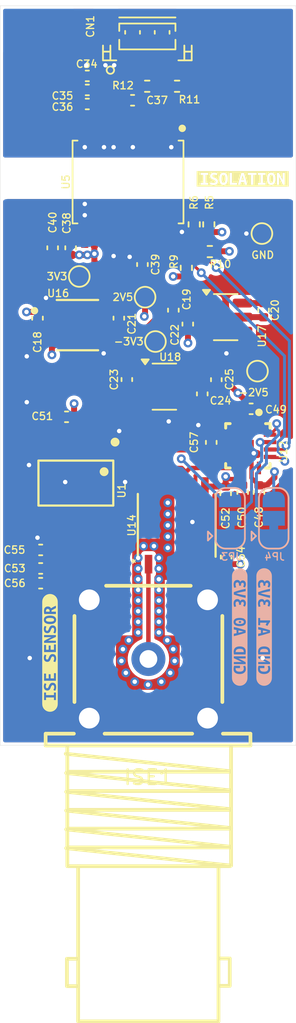
<source format=kicad_pcb>
(kicad_pcb (version 20241229) (generator "pcbnew") (generator_version "9.0")
  (title_block (comment 4 "Board2Pdf: Black And White TOP - Page 1/4"))
  (layers (0 "F.Cu" signal) (4 "In1.Cu" signal) (6 "In2.Cu" signal) (2 "B.Cu" signal) (13 "F.Paste" user) (15 "B.Paste" user) (5 "F.SilkS" user "F.Silkscreen") (7 "B.SilkS" user "B.Silkscreen") (1 "F.Mask" user) (3 "B.Mask" user) (25 "Edge.Cuts" user))
  (net 0 "")
  (net 1 "/ISO_GND")
  (net 2 "/PP_ISO_3V3")
  (net 3 "GND")
  (net 4 "/A0")
  (net 5 "/A1")
  (net 8 "/SDA")
  (net 9 "/SCL")
  (net 10 "/ORP/ISE_SEN")
  (net 11 "/ORP/ISO_SCL")
  (net 12 "/ORP/ISO_SDA")
  (net 17 "/ORP/ISE_BUFF")
  (net 18 "/ORP/GRD")
  (net 20 "Net-(U17-C1-)")
  (net 21 "Net-(U17-C1+)")
  (net 22 "/ORP/PP_ISO_2V5")
  (net 23 "/ORP/PP_ISO_NEG_3V3")
  (net 24 "Net-(U18-NR)")
  (net 25 "/ORP/PP_ISO_NEG_2V5")
  (net 26 "/ORP/VSEL")
  (net 27 "+3V3")
  (net 32 "/ORP/PP_ISO_REF_2V5")
  (net 33 "Net-(U1-TRIM{slash}NR)")
  (net 34 "/ORP/TEMP")
  (footprint "Package_TO_SOT_SMD:SOT-23-5" (layer "F.Cu") (at 31.10515 40.75)
    (property "Reference" "U18")
    (property "Value" "TPS72325DBV" (hide yes))
  )
  (footprint "Capacitor_SMD:C_0402_1005Metric" (layer "F.Cu") (at 24.49 42.79 180)
    (property "Reference" "C51")
    (property "Value" "10uF" (hide yes))
  )
  (footprint "kibuzzard-67AA55DF" (layer "F.Cu") (at 23.37 58.75 90)
    (property "Reference" "kibuzzard-67AA55DF" (hide yes))
    (property "Value" "G***" (hide yes))
  )
  (footprint "Capacitor_SMD:C_0402_1005Metric" (layer "F.Cu") (at 23.55 31.364012 90)
    (property "Reference" "C40")
    (property "Value" "10uF")
  )
  (footprint "Resistor_SMD:R_0402_1005Metric" (layer "F.Cu") (at 31.964 20.439988 180)
    (property "Reference" "R11")
    (property "Value" "4.7k")
  )
  (footprint "Capacitor_SMD:C_0402_1005Metric" (layer "F.Cu") (at 25.8917 19.739988 180)
    (property "Reference" "C34")
    (property "Value" "10nF")
  )
  (footprint "Capacitor_SMD:C_0402_1005Metric" (layer "F.Cu") (at 33.66765 41.24 -90)
    (property "Reference" "C24")
    (property "Value" "10nF")
  )
  (footprint "Capacitor_SMD:C_0402_1005Metric" (layer "F.Cu") (at 35.282073 52.27 -90)
    (property "Reference" "C54")
    (property "Value" "100nF")
  )
  (footprint "Capacitor_SMD:C_0402_1005Metric" (layer "F.Cu") (at 25.8917 20.689988 180)
    (property "Reference" "C35")
    (property "Value" "10uF")
  )
  (footprint "Resistor_SMD:R_0402_1005Metric" (layer "F.Cu") (at 33.12 29.78 -90)
    (property "Reference" "R6")
    (property "Value" "10k")
  )
  (footprint "Capacitor_SMD:C_0402_1005Metric" (layer "F.Cu") (at 28.954 21.389988 180)
    (property "Reference" "C37")
    (property "Value" "0.1uF")
  )
  (footprint "Package_TO_SOT_SMD:SOT-23-6" (layer "F.Cu") (at 35.25 36.05)
    (property "Reference" "U17")
    (property "Value" "LM2776")
  )
  (footprint "Capacitor_SMD:C_0402_1005Metric" (layer "F.Cu") (at 37.8125 35.58 90)
    (property "Reference" "C20")
    (property "Value" "1uF")
  )
  (footprint "Personal:WSS_LOGO_5mm_copper" (layer "F.Cu") (at 22.9 17.85)
    (property "Reference" "G***" (hide yes))
    (property "Value" "LOGO" (hide yes))
  )
  (footprint "Capacitor_SMD:C_0402_1005Metric" (layer "F.Cu") (at 36.4 47.9 -90)
    (property "Reference" "C50")
    (property "Value" "100nF")
  )
  (footprint "Capacitor_SMD:C_0402_1005Metric" (layer "F.Cu") (at 32.6875 36.52 90)
    (property "Reference" "C19")
    (property "Value" "2.2uF")
  )
  (footprint "EasyEDA:SOIC-8_L4.9-W3.9-P1.27-LS6.0-BL" (layer "F.Cu") (at 25.12 47.27 180)
    (property "Reference" "U1")
    (property "Value" "REF5025IDR")
  )
  (footprint "kibuzzard-67B4F71A" (layer "F.Cu") (at 36.4 26.7)
    (property "Reference" "kibuzzard-67B4F71A" (hide yes))
    (property "Value" "G***" (hide yes))
  )
  (footprint "EasyEDA:CONN-SMD_BM04B-SRSS-TB" (layer "F.Cu") (at 29.954 17.760012)
    (property "Reference" "CN1")
    (property "Value" "BM04B-SRSS-TB(LF)(SN)" (hide yes))
  )
  (footprint "Resistor_SMD:R_0402_1005Metric" (layer "F.Cu") (at 29.944 20.439988 180)
    (property "Reference" "R12")
    (property "Value" "4.7k")
  )
  (footprint "EasyEDA:BNC-TH_DOSIN-801-0080" (layer "F.Cu") (at 30.025 59.1625 180)
    (property "Reference" "ISE1")
    (property "Value" "DOSIN-801-0080" (hide yes))
  )
  (footprint "Snapeda:SOIC8_D_TEX" (layer "F.Cu") (at 31.939024 50.12745 90)
    (property "Reference" "U14")
    (property "Value" "OPA928")
  )
  (footprint "TestPoint:TestPoint_Pad_D1.0mm" (layer "F.Cu") (at 25.35 33.3 -90)
    (property "Reference" "TP6" (hide yes))
    (property "Value" "3V3")
  )
  (footprint "Capacitor_SMD:C_0402_1005Metric" (layer "F.Cu") (at 36.97 42.25)
    (property "Reference" "C49")
    (property "Value" "100nF")
  )
  (footprint "EasyEDA:WQFN-16_L3.0-W3.0-P0.50-TL-EP0.8" (layer "F.Cu") (at 36.75 44.75 -90)
    (property "Reference" "U12")
    (property "Value" "ADS122C04IRTER" (hide yes))
  )
  (footprint "Capacitor_SMD:C_0402_1005Metric" (layer "F.Cu") (at 31.7125 35.58 -90)
    (property "Reference" "C22")
    (property "Value" "2.2uF")
  )
  (footprint "Capacitor_SMD:C_0402_1005Metric" (layer "F.Cu") (at 37.5 47.9 -90)
    (property "Reference" "C48")
    (property "Value" "100nF")
  )
  (footprint "Capacitor_SMD:C_0402_1005Metric" (layer "F.Cu") (at 29.6217 32.494012 -90)
    (property "Reference" "C39")
    (property "Value" "0.1uF")
  )
  (footprint "TestPoint:TestPoint_Pad_D1.0mm" (layer "F.Cu") (at 37.7 30.4 -90)
    (property "Reference" "TP12" (hide yes))
    (property "Value" "GND")
  )
  (footprint "Capacitor_SMD:C_0402_1005Metric" (layer "F.Cu") (at 22.74 53.04)
    (property "Reference" "C53")
    (property "Value" "50uF")
  )
  (footprint "Capacitor_SMD:C_0402_1005Metric" (layer "F.Cu") (at 25.8917 21.639988 180)
    (property "Reference" "C36")
    (property "Value" "0.1uF")
  )
  (footprint "Capacitor_SMD:C_0402_1005Metric" (layer "F.Cu") (at 28.56765 40.27 90)
    (property "Reference" "C23")
    (property "Value" "2.2uF")
  )
  (footprint "Capacitor_SMD:C_0402_1005Metric" (layer "F.Cu") (at 22.525966 36.119988 -90)
    (property "Reference" "C18")
    (property "Value" "1uF")
  )
  (footprint "Resistor_SMD:R_0402_1005Metric" (layer "F.Cu") (at 32.59 32.72 90)
    (property "Reference" "R9")
    (property "Value" "4.7k")
  )
  (footprint "Capacitor_SMD:C_0402_1005Metric" (layer "F.Cu") (at 35.248049 47.9849 90)
    (property "Reference" "C52")
    (property "Value" "100nF")
  )
  (footprint "Snapeda:ADM3260_SOP65P780X200-20N" (layer "F.Cu") (at 28.6467 26.914012 -90)
    (property "Reference" "U5")
    (property "Value" "ADM3260")
  )
  (footprint "SparkFun-Qwiic:qwiic_5.5mm_Copper_No_Mask" (layer "F.Cu") (at 36.8 16.55)
    (property "Reference" "G***" (hide yes))
    (property "Value" "LOGO" (hide yes))
  )
  (footprint "Resistor_SMD:R_0402_1005Metric" (layer "F.Cu") (at 34.11 29.78 -90)
    (property "Reference" "R5")
    (property "Value" "16.9k")
  )
  (footprint "TestPoint:TestPoint_Pad_D1.0mm" (layer "F.Cu") (at 30.5 37.7 -90)
    (property "Reference" "TP8" (hide yes))
    (property "Value" "-3V3")
  )
  (footprint "Capacitor_SMD:C_0402_1005Metric" (layer "F.Cu") (at 24.765976 31.364012 90)
    (property "Reference" "C38")
    (property "Value" "0.1uF")
  )
  (footprint "Capacitor_SMD:C_0402_1005Metric" (layer "F.Cu") (at 34.61765 40.28 90)
    (property "Reference" "C25")
    (property "Value" "2.2uF")
  )
  (footprint "Snapeda:DBV0005A-IPC_A" (layer "F.Cu") (at 25.225483 36.589989)
    (property "Reference" "U16")
    (property "Value" "TPS7A2025PDBVR" (hide yes))
  )
  (footprint "TestPoint:TestPoint_Pad_D1.0mm" (layer "F.Cu") (at 29.8 34.7 -90)
    (property "Reference" "TP10" (hide yes))
    (property "Value" "2V5")
  )
  (footprint "Capacitor_SMD:C_0402_1005Metric" (layer "F.Cu") (at 22.74 51.79)
    (property "Reference" "C55")
    (property "Value" "1uF")
  )
  (footprint "Capacitor_SMD:C_0402_1005Metric" (layer "F.Cu") (at 22.74 54.04)
    (property "Reference" "C56")
    (property "Value" "1uF")
  )
  (footprint "Capacitor_SMD:C_0402_1005Metric" (layer "F.Cu") (at 34.275 44.52 90)
    (property "Reference" "C57")
    (property "Value" "100nF")
  )
  (footprint "Capacitor_SMD:C_0402_1005Metric" (layer "F.Cu") (at 28.025 36.119988 -90)
    (property "Reference" "C21")
    (property "Value" "1uF")
  )
  (footprint "TestPoint:TestPoint_Pad_D1.0mm" (layer "F.Cu") (at 37.4 39.7)
    (property "Reference" "TP11" (hide yes))
    (property "Value" "-2V5")
  )
  (footprint "Resistor_SMD:R_0402_1005Metric" (layer "F.Cu") (at 34.18 31.618912)
    (property "Reference" "R10")
    (property "Value" "4.7k")
  )
  (footprint "kibuzzard-67AA72AD" (layer "B.Cu") (at 36.2 57 90)
    (property "Reference" "kibuzzard-67AA72AD" (hide yes))
    (property "Value" "G***" (hide yes))
  )
  (footprint "Jumper:SolderJumper-3_P1.3mm_Bridged12_RoundedPad1.0x1.5mm" (layer "B.Cu") (at 35.55 49.65 90)
    (property "Reference" "JP3")
    (property "Value" "SolderJumper_3_Bridged12" (hide yes))
  )
  (footprint "Jumper:SolderJumper-3_P1.3mm_Bridged12_RoundedPad1.0x1.5mm" (layer "B.Cu") (at 38.5 49.65 90)
    (property "Reference" "JP4")
    (property "Value" "SolderJumper_3_Bridged12" (hide yes))
  )
  (footprint "kibuzzard-67AA55A8" (layer "B.Cu") (at 37.85 57 90)
    (property "Reference" "kibuzzard-67AA55A8" (hide yes))
    (property "Value" "G***" (hide yes))
  )
  (gr_rect (start 20 15) (end 40 65) (stroke (width 0.02)) (fill no) (layer "Edge.Cuts"))
  (segment (start 29.96765 39.8) (end 30.9 39.8) (width 0.4) (layer "F.Cu") (net 1))
  (segment (start 22.26 53.02) (end 22.24 53.04) (width 0.2) (layer "F.Cu") (net 1))
  (segment (start 26.4 36.589989) (end 26.925 36.589989) (width 0.4) (layer "F.Cu") (net 1))
  (segment (start 22.22 51.75) (end 22.26 51.79) (width 0.4) (layer "F.Cu") (net 1))
  (segment (start 22.535965 36.589989) (end 22.525966 36.599988) (width 0.4) (layer "F.Cu") (net 1))
  (segment (start 21.8 38.7) (end 22.525954 37.974046) (width 0.4) (layer "F.Cu") (net 1))
  (segment (start 23.22 44.5) (end 23.22 48.055183) (width 0.4) (layer "F.Cu") (net 1))
  (segment (start 37 42.7) (end 37 43.25) (width 0.2) (layer "F.Cu") (net 1))
  (segment (start 26.925 36.589989) (end 28.015001 36.589989) (width 0.4) (layer "F.Cu") (net 1))
  (segment (start 22.26 53.04) (end 22.26 54.04) (width 0.4) (layer "F.Cu") (net 1))
  (segment (start 26.375966 37.53999) (end 26.375966 36.614023) (width 0.4) (layer "F.Cu") (net 1))
  (segment (start 25.7217 30.516912) (end 25.7217 29.16) (width 0.4) (layer "F.Cu") (net 1))
  (segment (start 33.66765 40.76) (end 34.61765 40.76) (width 0.4) (layer "F.Cu") (net 1))
  (segment (start 22.22 49.055183) (end 22.22 51.75) (width 0.4) (layer "F.Cu") (net 1))
  (segment (start 28.9717 30.516912) (end 28.9717 31.761568) (width 0.4) (layer "F.Cu") (net 1))
  (segment (start 37.45 42.25) (end 37 42.7) (width 0.2) (layer "F.Cu") (net 1))
  (segment (start 31.7225 36.05) (end 31.7125 36.06) (width 0.4) (layer "F.Cu") (net 1))
  (segment (start 25.7217 29.16) (end 25.7217 28.4) (width 0.4) (layer "F.Cu") (net 1))
  (segment (start 26.375966 36.614023) (end 26.4 36.589989) (width 0.4) (layer "F.Cu") (net 1))
  (segment (start 28.9717 31.761568) (end 28.756634 31.976634) (width 0.4) (layer "F.Cu") (net 1))
  (segment (start 23.22 48.055183) (end 22.22 49.055183) (width 0.4) (layer "F.Cu") (net 1))
  (segment (start 28.56765 39.79) (end 29.95765 39.79) (width 0.4) (layer "F.Cu") (net 1))
  (segment (start 24.075 36.589989) (end 26.4 36.589989) (width 0.4) (layer "F.Cu") (net 1))
  (segment (start 23.22 43.58) (end 24.01 42.79) (width 0.4) (layer "F.Cu") (net 1))
  (segment (start 28.015001 36.589989) (end 28.025 36.599988) (width 0.4) (layer "F.Cu") (net 1))
  (segment (start 27.6717 30.516912) (end 27.6717 31.92) (width 0.4) (layer "F.Cu") (net 1))
  (segment (start 29.95765 39.79) (end 29.96765 39.8) (width 0.4) (layer "F.Cu") (net 1))
  (segment (start 31.798612 30.29) (end 31.5717 30.516912) (width 0.4) (layer "F.Cu") (net 1))
  (segment (start 34.1125 36.05) (end 31.7225 36.05) (width 0.4) (layer "F.Cu") (net 1))
  (segment (start 31.86 40.76) (end 33.66765 40.76) (width 0.4) (layer "F.Cu") (net 1))
  (segment (start 22.525954 36.6) (end 22.525966 36.599988) (width 0.4) (layer "F.Cu") (net 1))
  (segment (start 24.075 36.589989) (end 22.535965 36.589989) (width 0.4) (layer "F.Cu") (net 1))
  (segment (start 33.12 30.29) (end 32.29 30.29) (width 0.4) (layer "F.Cu") (net 1))
  (segment (start 30.9 39.8) (end 31.86 40.76) (width 0.4) (layer "F.Cu") (net 1))
  (segment (start 36.65 30.4) (end 37.7 30.4) (width 0.4) (layer "F.Cu") (net 1))
  (segment (start 32.29 30.29) (end 31.798612 30.29) (width 0.4) (layer "F.Cu") (net 1))
  (segment (start 22.26 53.04) (end 22.26 51.79) (width 0.4) (layer "F.Cu") (net 1))
  (segment (start 23.22 44.5) (end 23.22 43.58) (width 0.4) (layer "F.Cu") (net 1))
  (segment (start 22.525954 37.974046) (end 22.525954 36.6) (width 0.4) (layer "F.Cu") (net 1))
  (via (at 27.6717 31.92) (size 0.6) (drill 0.3) (layers "F.Cu" "B.Cu") (net 1))
  (via (at 25.7217 29.16) (size 0.6) (drill 0.3) (layers "F.Cu" "B.Cu") (net 1))
  (via (at 21.8 41.8) (size 0.6) (drill 0.3) (layers "F.Cu" "B.Cu") (net 1))
  (via (at 37.15 45.25) (size 0.6) (drill 0.3) (layers "F.Cu" "B.Cu") (net 1))
  (via (at 22.524128 50.962475) (size 0.6) (drill 0.3) (layers "F.Cu" "B.Cu") (net 1))
  (via (at 25.7217 28.4) (size 0.6) (drill 0.3) (layers "F.Cu" "B.Cu") (net 1))
  (via (at 24.4 47.2) (size 0.6) (drill 0.3) (layers "F.Cu" "B.Cu") (net 1))
  (via (at 31.4 43.1) (size 0.6) (drill 0.3) (layers "F.Cu" "B.Cu") (net 1))
  (via (at 33 49.9) (size 0.6) (drill 0.3) (layers "F.Cu" "B.Cu") (net 1))
  (via (at 35.3 38.5) (size 0.6) (drill 0.3) (layers "F.Cu" "B.Cu") (net 1))
  (via (at 33.4 43.35) (size 0.6) (drill 0.3) (layers "F.Cu" "B.Cu") (net 1))
  (via (at 27 38.5) (size 0.6) (drill 0.3) (layers "F.Cu" "B.Cu") (net 1))
  (via (at 37.75 59.1) (size 0.6) (drill 0.3) (layers "F.Cu" "B.Cu") (net 1))
  (via (at 36.65 30.4) (size 0.6) (drill 0.3) (layers "F.Cu" "B.Cu") (net 1))
  (via (at 21.95 46.05) (size 0.6) (drill 0.3) (layers "F.Cu" "B.Cu") (net 1))
  (via (at 21.8 38.7) (size 0.6) (drill 0.3) (layers "F.Cu" "B.Cu") (net 1))
  (via (at 22 59.1) (size 0.6) (drill 0.3) (layers "F.Cu" "B.Cu") (net 1))
  (via (at 32.29 30.29) (size 0.6) (drill 0.3) (layers "F.Cu" "B.Cu") (net 1))
  (via (at 23.1 34.75) (size 0.6) (drill 0.3) (layers "F.Cu" "B.Cu") (net 1))
  (via (at 28.45 47.2) (size 0.6) (drill 0.3) (layers "F.Cu" "B.Cu") (net 1))
  (via (at 28.756634 31.976634) (size 0.6) (drill 0.3) (layers "F.Cu" "B.Cu") (net 1))
  (via (at 28.05 43.75) (size 0.6) (drill 0.3) (layers "F.Cu" "B.Cu") (net 1))
  (segment (start 23.5 38.11499) (end 24.075 37.53999) (width 0.4) (layer "F.Cu") (net 2))
  (segment (start 35.5 31.6) (end 34.708912 31.6) (width 0.4) (layer "F.Cu") (net 2))
  (segment (start 34.12 30.3) (end 34.11 30.29) (width 0.4) (layer "F.Cu") (net 2))
  (segment (start 26.6934 32.61) (end 29.00998 32.61) (width 0.4) (layer "F.Cu") (net 2))
  (segment (start 32.7 37.8) (end 32.7 37.0125) (width 0.4) (layer "F.Cu") (net 2))
  (segment (start 24.725 31.884988) (end 24.765976 31.844012) (width 0.4) (layer "F.Cu") (net 2))
  (segment (start 29.6217 30.516912) (end 29.6217 32.014012) (width 0.4) (layer "F.Cu") (net 2))
  (segment (start 38.55 46.5) (end 38.55 46.9) (width 0.4) (layer "F.Cu") (net 2))
  (segment (start 34.708912 31.6) (end 34.69 31.618912) (width 0.4) (layer "F.Cu") (net 2))
  (segment (start 32.6875 37) (end 34.1125 37) (width 0.4) (layer "F.Cu") (net 2))
  (segment (start 35 30.3) (end 34.12 30.3) (width 0.4) (layer "F.Cu") (net 2))
  (segment (start 32.52 33.3) (end 32.59 33.23) (width 0.4) (layer "F.Cu") (net 2))
  (segment (start 22.465954 35.7) (end 22.525966 35.639988) (width 0.4) (layer "F.Cu") (net 2))
  (segment (start 25.75 44.5) (end 25.75 43.57) (width 0.4) (layer "F.Cu") (net 2))
  (segment (start 26.6934 32.61) (end 26.49 32.61) (width 0.4) (layer "F.Cu") (net 2))
  (segment (start 26.3717 31.767912) (end 26.2956 31.844012) (width 0.4) (layer "F.Cu") (net 2))
  (segment (start 25 42.76) (end 24.97 42.79) (width 0.2) (layer "F.Cu") (net 2))
  (segment (start 31.7 33.3) (end 32.52 33.3) (width 0.4) (layer "F.Cu") (net 2))
  (segment (start 29.00998 32.61) (end 29.605968 32.014012) (width 0.4) (layer "F.Cu") (net 2))
  (segment (start 23.5 38.6) (end 23.5 38.11499) (width 0.4) (layer "F.Cu") (net 2))
  (segment (start 32.7 37.0125) (end 32.6875 37) (width 0.4) (layer "F.Cu") (net 2))
  (segment (start 26.49 32.61) (end 25.7 33.4) (width 0.4) (layer "F.Cu") (net 2))
  (segment (start 24.765976 31.844012) (end 23.55 31.844012) (width 0.4) (layer "F.Cu") (net 2))
  (segment (start 29.605968 32.014012) (end 29.6217 32.014012) (width 0.4) (layer "F.Cu") (net 2))
  (segment (start 25 41.9) (end 25 42.76) (width 0.4) (layer "F.Cu") (net 2))
  (segment (start 24.075 35.639988) (end 22.525966 35.639988) (width 0.4) (layer "F.Cu") (net 2))
  (segment (start 21.781976 35.7) (end 22.465954 35.7) (width 0.4) (layer "F.Cu") (net 2))
  (segment (start 37 46.92) (end 37 46.25) (width 0.3) (layer "F.Cu") (net 2))
  (segment (start 26.3717 31.767912) (end 26.3717 32.2883) (width 0.4) (layer "F.Cu") (net 2))
  (segment (start 38.03 47.42) (end 37.5 47.42) (width 0.4) (layer "F.Cu") (net 2))
  (segment (start 34.1125 37) (end 36.3875 37) (width 0.4) (layer "F.Cu") (net 2))
  (segment (start 25.75 43.57) (end 24.97 42.79) (width 0.4) (layer "F.Cu") (net 2))
  (segment (start 37.5 47.42) (end 37 46.92) (width 0.3) (layer "F.Cu") (net 2))
  (segment (start 26.2956 31.844012) (end 24.765976 31.844012) (width 0.4) (layer "F.Cu") (net 2))
  (segment (start 38.55 46.9) (end 38.03 47.42) (width 0.4) (layer "F.Cu") (net 2))
  (segment (start 26.3717 30.516912) (end 26.3717 31.767912) (width 0.4) (layer "F.Cu") (net 2))
  (segment (start 26.3717 32.2883) (end 26.6934 32.61) (width 0.4) (layer "F.Cu") (net 2))
  (via (at 25.35 31.844012) (size 0.6) (drill 0.3) (layers "F.Cu" "B.Cu") (net 2))
  (via (at 32.7 37.8) (size 0.6) (drill 0.3) (layers "F.Cu" "B.Cu") (net 2))
  (via (at 31.7 33.3) (size 0.6) (drill 0.3) (layers "F.Cu" "B.Cu") (net 2))
  (via (at 25 41.9) (size 0.6) (drill 0.3) (layers "F.Cu" "B.Cu") (net 2))
  (via (at 26.3717 31.767912) (size 0.6) (drill 0.3) (layers "F.Cu" "B.Cu") (net 2))
  (via (at 21.781976 35.7) (size 0.6) (drill 0.3) (layers "F.Cu" "B.Cu") (net 2))
  (via (at 23.5 38.6) (size 0.6) (drill 0.3) (layers "F.Cu" "B.Cu") (net 2))
  (via (at 35.5 31.6) (size 0.6) (drill 0.3) (layers "F.Cu" "B.Cu") (net 2))
  (via (at 35 30.3) (size 0.6) (drill 0.3) (layers "F.Cu" "B.Cu") (net 2))
  (via (at 32.25 45.627) (size 0.6) (drill 0.3) (layers "F.Cu" "B.Cu") (net 2))
  (via (at 38.55 46.5) (size 0.6) (drill 0.3) (layers "F.Cu" "B.Cu") (net 2))
  (via (at 25.9 31.844012) (size 0.6) (drill 0.3) (layers "F.Cu" "B.Cu") (net 2))
  (segment (start 35.55 48.35) (end 34.973 48.35) (width 0.2) (layer "B.Cu") (net 2))
  (segment (start 38.5 46.55) (end 38.55 46.5) (width 0.2) (layer "B.Cu") (net 2))
  (segment (start 34.973 48.35) (end 32.25 45.627) (width 0.2) (layer "B.Cu") (net 2))
  (segment (start 38.5 48.35) (end 38.5 46.55) (width 0.2) (layer "B.Cu") (net 2))
  (segment (start 25.7217 23.311112) (end 25.7217 21.949988) (width 0.4) (layer "F.Cu") (net 3))
  (segment (start 27.0217 23.311112) (end 27.0217 24.560012) (width 0.4) (layer "F.Cu") (net 3))
  (segment (start 25.4117 19.739988) (end 25.4117 20.689988) (width 0.4) (layer "F.Cu") (net 3))
  (segment (start 27.990976 19.020012) (end 28.454 19.020012) (width 0.4) (layer "F.Cu") (net 3))
  (segment (start 25.7217 23.311112) (end 25.7217 24.560012) (width 0.4) (layer "F.Cu") (net 3))
  (segment (start 27.990144 19.020844) (end 27.990976 19.020012) (width 0.4) (layer "F.Cu") (net 3))
  (segment (start 25.820844 19.020844) (end 25.4117 19.429989) (width 0.4) (layer "F.Cu") (net 3))
  (segment (start 27.6717 23.311112) (end 27.6717 24.560012) (width 0.4) (layer "F.Cu") (net 3))
  (segment (start 28.9717 23.311112) (end 28.9717 24.560012) (width 0.4) (layer "F.Cu") (net 3))
  (segment (start 25.4117 19.429989) (end 25.4117 19.739988) (width 0.4) (layer "F.Cu") (net 3))
  (segment (start 25.820844 19.020844) (end 27.990144 19.020844) (width 0.4) (layer "F.Cu") (net 3))
  (segment (start 31.5717 23.311112) (end 31.5717 24.560012) (width 0.4) (layer "F.Cu") (net 3))
  (segment (start 25.4117 20.689988) (end 25.4117 21.639988) (width 0.4) (layer "F.Cu") (net 3))
  (segment (start 25.7217 21.949988) (end 25.4117 21.639988) (width 0.4) (layer "F.Cu") (net 3))
  (via (at 27.0217 24.560012) (size 0.6) (drill 0.3) (layers "F.Cu" "B.Cu") (net 3))
  (via (at 28.9717 24.560012) (size 0.6) (drill 0.3) (layers "F.Cu" "B.Cu") (net 3))
  (via (at 25.820844 19.020844) (size 0.6) (drill 0.3) (layers "F.Cu" "B.Cu") (net 3))
  (via (at 27.12 19.020844) (size 0.6) (drill 0.3) (layers "F.Cu" "B.Cu") (net 3))
  (via (at 31.5717 24.560012) (size 0.6) (drill 0.3) (layers "F.Cu" "B.Cu") (net 3))
  (via (at 25.7217 24.560012) (size 0.6) (drill 0.3) (layers "F.Cu" "B.Cu") (net 3))
  (via (at 27.71 19.020844) (size 0.6) (drill 0.3) (layers "F.Cu" "B.Cu") (net 3))
  (via (at 27.6717 24.560012) (size 0.6) (drill 0.3) (layers "F.Cu" "B.Cu") (net 3))
  (via (at 37.577 44.5124) (size 0.6) (drill 0.3) (layers "F.Cu" "B.Cu") (net 4))
  (segment (start 37.678 45.772) (end 37.678 44.6134) (width 0.2) (layer "B.Cu") (net 4))
  (segment (start 35.55 49.65) (end 35.879512 49.65) (width 0.2) (layer "B.Cu") (net 4))
  (segment (start 35.879512 49.65) (end 37 48.529512) (width 0.2) (layer "B.Cu") (net 4))
  (segment (start 37 46.45) (end 37.678 45.772) (width 0.2) (layer "B.Cu") (net 4))
  (segment (start 37.678 44.6134) (end 37.577 44.5124) (width 0.2) (layer "B.Cu") (net 4))
  (segment (start 37 48.529512) (end 37 46.45) (width 0.2) (layer "B.Cu") (net 4))
  (segment (start 38.65 43.6) (end 38.25 44) (width 0.2) (layer "F.Cu") (net 5))
  (segment (start 38.65 43.3) (end 38.65 43.6) (width 0.2) (layer "F.Cu") (net 5))
  (segment (start 38.7 43.25) (end 38.65 43.3) (width 0.2) (layer "F.Cu") (net 5))
  (via (at 38.7 43.25) (size 0.6) (drill 0.3) (layers "F.Cu" "B.Cu") (net 5))
  (segment (start 38.844 43.992105) (end 38.006 44.830105) (width 0.2) (layer "B.Cu") (net 5))
  (segment (start 38.006 44.830105) (end 38.006 45.944) (width 0.2) (layer "B.Cu") (net 5))
  (segment (start 37.328 48.807512) (end 38.170488 49.65) (width 0.2) (layer "B.Cu") (net 5))
  (segment (start 38.844 43.744) (end 38.844 43.992105) (width 0.2) (layer "B.Cu") (net 5))
  (segment (start 38.7 43.6) (end 38.844 43.744) (width 0.2) (layer "B.Cu") (net 5))
  (segment (start 37.328 46.622) (end 37.328 48.807512) (width 0.2) (layer "B.Cu") (net 5))
  (segment (start 38.170488 49.65) (end 38.5 49.65) (width 0.2) (layer "B.Cu") (net 5))
  (segment (start 38.7 43.25) (end 38.7 43.6) (width 0.2) (layer "B.Cu") (net 5))
  (segment (start 38.006 45.944) (end 37.328 46.622) (width 0.2) (layer "B.Cu") (net 5))
  (segment (start 30.454 20.439988) (end 30.465976 20.451964) (width 0.2) (layer "F.Cu") (net 8))
  (segment (start 30.315976 23.266836) (end 30.2717 23.311112) (width 0.2) (layer "F.Cu") (net 8))
  (segment (start 30.315976 21.639988) (end 30.315976 23.266836) (width 0.2) (layer "F.Cu") (net 8))
  (segment (start 30.454 19.020012) (end 30.454 20.439988) (width 0.2) (layer "F.Cu") (net 8))
  (segment (start 30.465976 20.451964) (end 30.465976 21.489988) (width 0.2) (layer "F.Cu") (net 8))
  (segment (start 30.465976 21.489988) (end 30.315976 21.639988) (width 0.2) (layer "F.Cu") (net 8))
  (segment (start 31.454 19.020012) (end 31.454 20.439988) (width 0.2) (layer "F.Cu") (net 9))
  (segment (start 31.454 20.439988) (end 31.454 21.501964) (width 0.2) (layer "F.Cu") (net 9))
  (segment (start 31.454 21.501964) (end 30.9217 22.034264) (width 0.2) (layer "F.Cu") (net 9))
  (segment (start 30.9217 22.034264) (end 30.9217 23.311112) (width 0.2) (layer "F.Cu") (net 9))
  (segment (start 30.025 52.759024) (end 30.034024 52.75) (width 0.3) (layer "F.Cu") (net 10))
  (segment (start 30.025 59.1625) (end 30.025 52.759024) (width 0.3) (layer "F.Cu") (net 10))
  (segment (start 33.67 31.618912) (end 33.67 31.77) (width 0.2) (layer "F.Cu") (net 11))
  (segment (start 39.2 45) (end 38.25 45) (width 0.2) (layer "F.Cu") (net 11))
  (segment (start 30.9217 30.516912) (end 30.9217 31.457512) (width 0.2) (layer "F.Cu") (net 11))
  (segment (start 39.327 44.75) (end 39.298585 44.778415) (width 0.2) (layer "F.Cu") (net 11))
  (segment (start 31.0831 31.618912) (end 33.67 31.618912) (width 0.2) (layer "F.Cu") (net 11))
  (segment (start 39.298585 44.901415) (end 39.2 45) (width 0.2) (layer "F.Cu") (net 11))
  (segment (start 33.67 31.77) (end 34.6 32.7) (width 0.2) (layer "F.Cu") (net 11))
  (segment (start 39.298585 44.778415) (end 39.298585 44.901415) (width 0.2) (layer "F.Cu") (net 11))
  (segment (start 30.9217 31.457512) (end 31.0831 31.618912) (width 0.2) (layer "F.Cu") (net 11))
  (via (at 34.6 32.7) (size 0.6) (drill 0.3) (layers "F.Cu" "B.Cu") (net 11))
  (via (at 39.327 44.75) (size 0.6) (drill 0.3) (layers "F.Cu" "B.Cu") (net 11))
  (segment (start 39.556 37.656) (end 34.6 32.7) (width 0.2) (layer "B.Cu") (net 11))
  (segment (start 39.556 44.562573) (end 39.556 37.656) (width 0.2) (layer "B.Cu") (net 11))
  (segment (start 39.327 44.75) (end 39.458428 44.618572) (width 0.2) (layer "B.Cu") (net 11))
  (segment (start 39.500001 44.618572) (end 39.556 44.562573) (width 0.2) (layer "B.Cu") (net 11))
  (segment (start 39.458428 44.618572) (end 39.500001 44.618572) (width 0.2) (layer "B.Cu") (net 11))
  (segment (start 32.76 32.21) (end 33.6 33.05) (width 0.2) (layer "F.Cu") (net 12))
  (segment (start 39 45.55) (end 38.3 45.55) (width 0.2) (layer "F.Cu") (net 12))
  (segment (start 38.3 45.55) (end 38.25 45.5) (width 0.2) (layer "F.Cu") (net 12))
  (segment (start 32.59 32.21) (end 32.76 32.21) (width 0.2) (layer "F.Cu") (net 12))
  (segment (start 30.2717 31.411512) (end 31.070188 32.21) (width 0.2) (layer "F.Cu") (net 12))
  (segment (start 30.2717 30.516912) (end 30.2717 31.411512) (width 0.2) (layer "F.Cu") (net 12))
  (segment (start 31.070188 32.21) (end 32.59 32.21) (width 0.2) (layer "F.Cu") (net 12))
  (segment (start 39.25 45.8) (end 39 45.55) (width 0.2) (layer "F.Cu") (net 12))
  (via (at 33.6 33.05) (size 0.6) (drill 0.3) (layers "F.Cu" "B.Cu") (net 12))
  (via (at 39.25 45.8) (size 0.6) (drill 0.3) (layers "F.Cu" "B.Cu") (net 12))
  (segment (start 38.8 45.13741) (end 38.8 44.499967) (width 0.2) (layer "B.Cu") (net 12))
  (segment (start 39.25 45.58741) (end 38.8 45.13741) (width 0.2) (layer "B.Cu") (net 12))
  (segment (start 39.228 38.678) (end 33.6 33.05) (width 0.2) (layer "B.Cu") (net 12))
  (segment (start 38.8 44.499967) (end 39.228 44.071967) (width 0.2) (layer "B.Cu") (net 12))
  (segment (start 39.228 44.071967) (end 39.228 38.678) (width 0.2) (layer "B.Cu") (net 12))
  (segment (start 39.25 45.8) (end 39.25 45.58741) (width 0.2) (layer "B.Cu") (net 12))
  (segment (start 32.275221 46.25) (end 30.340875 46.25) (width 0.3) (layer "F.Cu") (net 17))
  (segment (start 32.574024 46.548803) (end 32.556097 46.530876) (width 0.3) (layer "F.Cu") (net 17))
  (segment (start 32.574024 47.5049) (end 32.574024 46.548803) (width 0.3) (layer "F.Cu") (net 17))
  (segment (start 32.556097 46.530876) (end 32.275221 46.25) (width 0.3) (layer "F.Cu") (net 17))
  (segment (start 30.034024 46.556851) (end 30.034024 47.5049) (width 0.3) (layer "F.Cu") (net 17))
  (segment (start 32.556097 46.530876) (end 32.836973 46.25) (width 0.3) (layer "F.Cu") (net 17))
  (segment (start 36 46.25) (end 36.05 46.3) (width 0.1) (layer "F.Cu") (net 17))
  (segment (start 32.836973 46.25) (end 36 46.25) (width 0.3) (layer "F.Cu") (net 17))
  (segment (start 30.340875 46.25) (end 30.034024 46.556851) (width 0.3) (layer "F.Cu") (net 17))
  (via (at 31.336073 50.8884) (size 0.6) (drill 0.3) (layers "F.Cu" "B.Cu") (net 18))
  (via (at 30.732073 55.93) (size 0.6) (drill 0.3) (layers "F.Cu" "B.Cu") (net 18))
  (via (at 29.332073 53.77) (size 0.6) (drill 0.3) (layers "F.Cu" "B.Cu") (net 18))
  (via (at 30.732073 57.37) (size 0.6) (drill 0.3) (layers "F.Cu" "B.Cu") (net 18))
  (via (at 31.336073 49.3634) (size 0.6) (drill 0.3) (layers "F.Cu" "B.Cu") (net 18))
  (via (at 28.3 58.5) (size 0.6) (drill 0.3) (layers "F.Cu" "B.Cu") (net 18))
  (via (at 30.732073 54.49) (size 0.6) (drill 0.3) (layers "F.Cu" "B.Cu") (net 18))
  (via (at 29.332073 56.65) (size 0.6) (drill 0.3) (layers "F.Cu" "B.Cu") (net 18))
  (via (at 30.398049 51.530876) (size 0.6) (drill 0.3) (layers "F.Cu" "B.Cu") (net 18))
  (via (at 28.2 59.295976) (size 0.6) (drill 0.3) (layers "F.Cu" "B.Cu") (net 18))
  (via (at 29.332073 57.37) (size 0.6) (drill 0.3) (layers "F.Cu" "B.Cu") (net 18))
  (via (at 28.5 60.1) (size 0.6) (drill 0.3) (layers "F.Cu" "B.Cu") (net 18))
  (via (at 29.332073 54.49) (size 0.6) (drill 0.3) (layers "F.Cu" "B.Cu") (net 18))
  (via (at 31.336073 51.6509) (size 0.6) (drill 0.3) (layers "F.Cu" "B.Cu") (net 18))
  (via (at 31.336073 50.1259) (size 0.6) (drill 0.3) (layers "F.Cu" "B.Cu") (net 18))
  (via (at 31.336073 48.6009) (size 0.6) (drill 0.3) (layers "F.Cu" "B.Cu") (net 18))
  (via (at 31.3 57.9) (size 0.6) (drill 0.3) (layers "F.Cu" "B.Cu") (net 18))
  (via (at 29.1 60.7) (size 0.6) (drill 0.3) (layers "F.Cu" "B.Cu") (net 18))
  (via (at 31.8 59.295976) (size 0.6) (drill 0.3) (layers "F.Cu" "B.Cu") (net 18))
  (via (at 31.5 60.1) (size 0.6) (drill 0.3) (layers "F.Cu" "B.Cu") (net 18))
  (via (at 29.332073 53.05) (size 0.6) (drill 0.3) (layers "F.Cu" "B.Cu") (net 18))
  (via (at 31.7 58.5) (size 0.6) (drill 0.3) (layers "F.Cu" "B.Cu") (net 18))
  (via (at 30.732073 53.05) (size 0.6) (drill 0.3) (layers "F.Cu" "B.Cu") (net 18))
  (via (at 29.332073 52.33) (size 0.6) (drill 0.3) (layers "F.Cu" "B.Cu") (net 18))
  (via (at 29.332073 55.21) (size 0.6) (drill 0.3) (layers "F.Cu" "B.Cu") (net 18))
  (via (at 28.7 57.9) (size 0.6) (drill 0.3) (layers "F.Cu" "B.Cu") (net 18))
  (via (at 30.732073 53.77) (size 0.6) (drill 0.3) (layers "F.Cu" "B.Cu") (net 18))
  (via (at 30.732073 55.21) (size 0.6) (drill 0.3) (layers "F.Cu" "B.Cu") (net 18))
  (via (at 30 60.9) (size 0.6) (drill 0.3) (layers "F.Cu" "B.Cu") (net 18))
  (via (at 30.732073 56.65) (size 0.6) (drill 0.3) (layers "F.Cu" "B.Cu") (net 18))
  (via (at 29.332073 55.93) (size 0.6) (drill 0.3) (layers "F.Cu" "B.Cu") (net 18))
  (via (at 29.698049 51.530876) (size 0.6) (drill 0.3) (layers "F.Cu" "B.Cu") (net 18))
  (via (at 30.9 60.7) (size 0.6) (drill 0.3) (layers "F.Cu" "B.Cu") (net 18))
  (via (at 30.732073 52.33) (size 0.6) (drill 0.3) (layers "F.Cu" "B.Cu") (net 18))
  (segment (start 36.3875 35.1) (end 37.8125 35.1) (width 0.4) (layer "F.Cu") (net 20))
  (segment (start 36.3875 36.05) (end 37.8025 36.05) (width 0.4) (layer "F.Cu") (net 21))
  (segment (start 37.8025 36.05) (end 37.8125 36.06) (width 0.4) (layer "F.Cu") (net 21))
  (segment (start 35.98 47) (end 35.423 47) (width 0.3) (layer "F.Cu") (net 22))
  (segment (start 28.025 35.639988) (end 28.860012 35.639988) (width 0.4) (layer "F.Cu") (net 22))
  (segment (start 35.332949 47.42) (end 35.248049 47.5049) (width 0.3) (layer "F.Cu") (net 22))
  (segment (start 36.5 47.32) (end 36.5 46.25) (width 0.3) (layer "F.Cu") (net 22))
  (segment (start 35.248049 47.5049) (end 33.844024 47.5049) (width 0.4) (layer "F.Cu") (net 22))
  (segment (start 29.8 35.95) (end 29.75 36) (width 0.4) (layer "F.Cu") (net 22))
  (segment (start 26.375966 35.639988) (end 28.025 35.639988) (width 0.4) (layer "F.Cu") (net 22))
  (segment (start 35.423 47) (end 35.25 46.827) (width 0.3) (layer "F.Cu") (net 22))
  (segment (start 36.4 47.42) (end 35.98 47) (width 0.3) (layer "F.Cu") (net 22))
  (segment (start 35.25 47.502949) (end 35.248049 47.5049) (width 0.4) (layer "F.Cu") (net 22))
  (segment (start 36.4 47.42) (end 36.5 47.32) (width 0.3) (layer "F.Cu") (net 22))
  (segment (start 35.25 46.827) (end 35.25 47.502949) (width 0.4) (layer "F.Cu") (net 22))
  (segment (start 28.860012 35.639988) (end 29.8 34.7) (width 0.4) (layer "F.Cu") (net 22))
  (segment (start 29.8 34.7) (end 29.8 35.95) (width 0.4) (layer "F.Cu") (net 22))
  (via (at 35.25 46.827) (size 0.6) (drill 0.3) (layers "F.Cu" "B.Cu") (net 22))
  (via (at 29.75 36) (size 0.6) (drill 0.3) (layers "F.Cu" "B.Cu") (net 22))
  (segment (start 28.257651 40.75) (end 28.56765 40.75) (width 0.4) (layer "F.Cu") (net 23))
  (segment (start 27.92965 38.77035) (end 27.92965 40.421999) (width 0.4) (layer "F.Cu") (net 23))
  (segment (start 28.56765 40.75) (end 29.96765 40.75) (width 0.4) (layer "F.Cu") (net 23))
  (segment (start 30.5 37.7) (end 29.85 37.05) (width 0.3) (layer "F.Cu") (net 23))
  (segment (start 29.96765 40.75) (end 29.96765 41.7) (width 0.4) (layer "F.Cu") (net 23))
  (segment (start 34.1125 35.1) (end 31.7125 35.1) (width 0.4) (layer "F.Cu") (net 23))
  (segment (start 27.92965 40.421999) (end 28.257651 40.75) (width 0.4) (layer "F.Cu") (net 23))
  (segment (start 31.6 35.1) (end 29.85 36.85) (width 0.4) (layer "F.Cu") (net 23))
  (segment (start 31.7125 35.1) (end 31.6 35.1) (width 0.4) (layer "F.Cu") (net 23))
  (segment (start 29.85 36.85) (end 27.92965 38.77035) (width 0.4) (layer "F.Cu") (net 23))
  (segment (start 29.85 37.05) (end 29.85 36.85) (width 0.3) (layer "F.Cu") (net 23))
  (segment (start 33.64765 41.7) (end 33.66765 41.72) (width 0.4) (layer "F.Cu") (net 24))
  (segment (start 32.24265 41.7) (end 33.64765 41.7) (width 0.4) (layer "F.Cu") (net 24))
  (segment (start 36.25 52.75) (end 35.282073 52.75) (width 0.4) (layer "F.Cu") (net 25))
  (segment (start 36.49 42.25) (end 36.49 43.24) (width 0.2) (layer "F.Cu") (net 25))
  (segment (start 37.4 39.7) (end 36.3 39.7) (width 0.3) (layer "F.Cu") (net 25))
  (segment (start 36.075 41.175) (end 36.49 41.59) (width 0.4) (layer "F.Cu") (net 25))
  (segment (start 34.61765 39.8) (end 34.7 39.8) (width 0.4) (layer "F.Cu") (net 25))
  (segment (start 36.49 43.24) (end 36.5 43.25) (width 0.2) (layer "F.Cu") (net 25))
  (segment (start 32.24265 39.8) (end 34.61765 39.8) (width 0.4) (layer "F.Cu") (net 25))
  (segment (start 35.45 40.55) (end 36.075 41.175) (width 0.4) (layer "F.Cu") (net 25))
  (segment (start 36.3 39.7) (end 35.45 40.55) (width 0.3) (layer "F.Cu") (net 25))
  (segment (start 35.282073 52.75) (end 33.844024 52.75) (width 0.4) (layer "F.Cu") (net 25))
  (segment (start 36.49 41.59) (end 36.49 42.25) (width 0.4) (layer "F.Cu") (net 25))
  (segment (start 34.7 39.8) (end 35.45 40.55) (width 0.4) (layer "F.Cu") (net 25))
  (via (at 36.075 41.175) (size 0.6) (drill 0.3) (layers "F.Cu" "B.Cu") (net 25))
  (via (at 36.25 52.75) (size 0.6) (drill 0.3) (layers "F.Cu" "B.Cu") (net 25))
  (segment (start 33.12 29.27) (end 34.11 29.27) (width 0.2) (layer "F.Cu") (net 26))
  (segment (start 27.0217 29.4383) (end 27.19 29.27) (width 0.2) (layer "F.Cu") (net 26))
  (segment (start 27.19 29.27) (end 33.12 29.27) (width 0.2) (layer "F.Cu") (net 26))
  (segment (start 27.0217 30.516912) (end 27.0217 29.4383) (width 0.2) (layer "F.Cu") (net 26))
  (segment (start 29.454 17.925012) (end 29.462 17.917012) (width 0.4) (layer "F.Cu") (net 27))
  (segment (start 29.454 19.020012) (end 29.454 20.419988) (width 0.4) (layer "F.Cu") (net 27))
  (segment (start 29.082 20.123012) (end 27.299 20.123012) (width 0.4) (layer "F.Cu") (net 27))
  (segment (start 27.299 20.123012) (end 26.915976 19.739988) (width 0.4) (layer "F.Cu") (net 27))
  (segment (start 29.434 20.439988) (end 29.434 21.389988) (width 0.4) (layer "F.Cu") (net 27))
  (segment (start 26.915976 19.739988) (end 26.3717 19.739988) (width 0.4) (layer "F.Cu") (net 27))
  (segment (start 26.3717 21.639988) (end 26.3717 23.311112) (width 0.4) (layer "F.Cu") (net 27))
  (segment (start 29.454 20.419988) (end 29.434 20.439988) (width 0.4) (layer "F.Cu") (net 27))
  (segment (start 29.6217 23.311112) (end 29.6217 21.577688) (width 0.4) (layer "F.Cu") (net 27))
  (segment (start 29.6217 21.577688) (end 29.434 21.389988) (width 0.4) (layer "F.Cu") (net 27))
  (segment (start 26.3717 19.739988) (end 26.3717 20.689988) (width 0.4) (layer "F.Cu") (net 27))
  (segment (start 29.462 17.917012) (end 32.082 17.917012) (width 0.4) (layer "F.Cu") (net 27))
  (segment (start 26.3717 20.689988) (end 26.3717 21.639988) (width 0.4) (layer "F.Cu") (net 27))
  (segment (start 29.454 19.020012) (end 29.454 17.925012) (width 0.4) (layer "F.Cu") (net 27))
  (segment (start 29.454 19.020012) (end 29.454 19.751012) (width 0.4) (layer "F.Cu") (net 27))
  (segment (start 32.474 18.309012) (end 32.474 20.439988) (width 0.4) (layer "F.Cu") (net 27))
  (segment (start 32.082 17.917012) (end 32.474 18.309012) (width 0.4) (layer "F.Cu") (net 27))
  (segment (start 29.454 19.751012) (end 29.082 20.123012) (width 0.4) (layer "F.Cu") (net 27))
  (segment (start 24.49 49.688945) (end 27.606945 46.572) (width 0.4) (layer "F.Cu") (net 32))
  (segment (start 27.606945 46.572) (end 28.428 46.572) (width 0.4) (layer "F.Cu") (net 32))
  (segment (start 24.49 50.04) (end 24.49 51.77) (width 0.4) (layer "F.Cu") (net 32))
  (segment (start 24.49 51.77) (end 23.22 53.04) (width 0.4) (layer "F.Cu") (net 32))
  (segment (start 30 45) (end 34.275 45) (width 0.4) (layer "F.Cu") (net 32))
  (segment (start 28.428 46.572) (end 30 45) (width 0.4) (layer "F.Cu") (net 32))
  (segment (start 35.25 45) (end 34.275 45) (width 0.2) (layer "F.Cu") (net 32))
  (segment (start 23.22 53.04) (end 23.22 54.04) (width 0.4) (layer "F.Cu") (net 32))
  (segment (start 24.49 50.04) (end 24.49 49.688945) (width 0.4) (layer "F.Cu") (net 32))
  (segment (start 23.22 50.04) (end 23.22 51.79) (width 0.4) (layer "F.Cu") (net 33))
  (segment (start 30.646006 43.678) (end 31.639416 43.678) (width 0.3) (layer "F.Cu") (net 34))
  (segment (start 24.49 44.780344) (end 25.512656 45.803) (width 0.3) (layer "F.Cu") (net 34))
  (segment (start 35.25 43.65) (end 35.25 44) (width 0.3) (layer "F.Cu") (net 34))
  (segment (start 25.512656 45.803) (end 28.521006 45.803) (width 0.3) (layer "F.Cu") (net 34))
  (segment (start 32.767416 42.55) (end 34.15 42.55) (width 0.3) (layer "F.Cu") (net 34))
  (segment (start 34.15 42.55) (end 35.25 43.65) (width 0.3) (layer "F.Cu") (net 34))
  (segment (start 31.639416 43.678) (end 32.767416 42.55) (width 0.3) (layer "F.Cu") (net 34))
  (segment (start 24.49 44.5) (end 24.49 44.780344) (width 0.3) (layer "F.Cu") (net 34))
  (segment (start 28.521006 45.803) (end 30.646006 43.678) (width 0.3) (layer "F.Cu") (net 34))
  (zone (net 3) (net_name "GND") (layers "F.Cu" "B.Cu" "In1.Cu") (connect_pads yes (clearance 0.25)) (min_thickness 0.25) (fill yes (thermal_gap 0.5) (thermal_bridge_width 0.5))
    (polygon (pts (xy 20.004 15.000012) (xy 20.004 25.260012) (xy 39.994 25.260012) (xy 39.994 15.000012)))
  )
  (zone (net 1) (net_name "/ISO_GND") (layers "F.Cu" "B.Cu" "In1.Cu" "In2.Cu") (priority 2) (connect_pads yes (clearance 0.25)) (min_thickness 0.25) (fill yes (thermal_gap 0.5) (thermal_bridge_width 0.5) (smoothing fillet) (radius 0.5))
    (polygon (pts (xy 20 28.064012) (xy 40 28.064012) (xy 40 65.014012) (xy 20 65.014012)))
  )
  (zone (net 18) (net_name "/ORP/GRD") (layers "F.Cu" "In1.Cu") (priority 3) (connect_pads yes (clearance 0.25)) (min_thickness 0.25) (fill yes (thermal_gap 0.5) (thermal_bridge_width 0.5) (smoothing fillet) (radius 0.5))
    (polygon (pts (xy 31.782073 46.82) (xy 31.782073 53.82) (xy 31.132073 53.82) (xy 31.132073 57.57) (xy 32.14 57.57) (xy 32.14 61.245) (xy 27.832073 61.245) (xy 27.832073 57.57) (xy 28.932073 57.57) (xy 28.932073 51.02) (xy 30.782073 51.02) (xy 30.782073 46.82)))
  )
)
</source>
